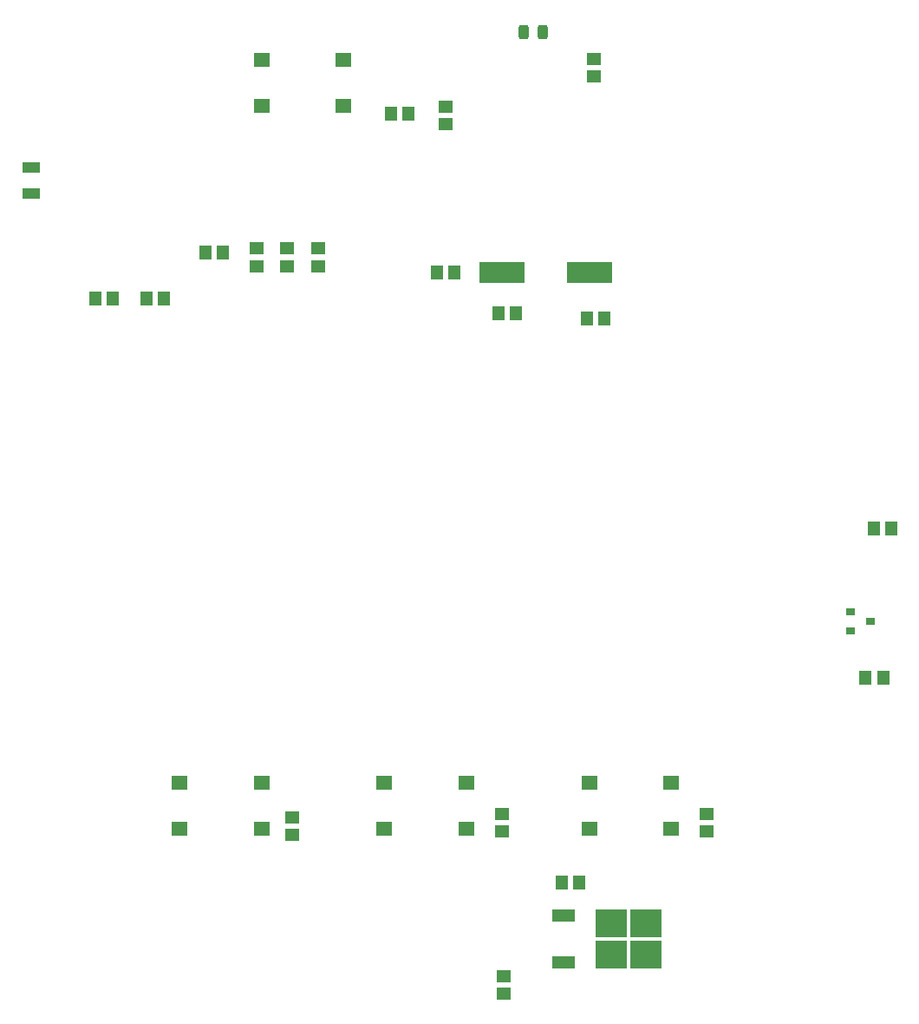
<source format=gbr>
%TF.GenerationSoftware,KiCad,Pcbnew,(6.0.5)*%
%TF.CreationDate,2022-07-26T12:17:50-04:00*%
%TF.ProjectId,Clock_design,436c6f63-6b5f-4646-9573-69676e2e6b69,rev?*%
%TF.SameCoordinates,PX56c8cc0PY97a25c0*%
%TF.FileFunction,Paste,Top*%
%TF.FilePolarity,Positive*%
%FSLAX46Y46*%
G04 Gerber Fmt 4.6, Leading zero omitted, Abs format (unit mm)*
G04 Created by KiCad (PCBNEW (6.0.5)) date 2022-07-26 12:17:50*
%MOMM*%
%LPD*%
G01*
G04 APERTURE LIST*
G04 Aperture macros list*
%AMRoundRect*
0 Rectangle with rounded corners*
0 $1 Rounding radius*
0 $2 $3 $4 $5 $6 $7 $8 $9 X,Y pos of 4 corners*
0 Add a 4 corners polygon primitive as box body*
4,1,4,$2,$3,$4,$5,$6,$7,$8,$9,$2,$3,0*
0 Add four circle primitives for the rounded corners*
1,1,$1+$1,$2,$3*
1,1,$1+$1,$4,$5*
1,1,$1+$1,$6,$7*
1,1,$1+$1,$8,$9*
0 Add four rect primitives between the rounded corners*
20,1,$1+$1,$2,$3,$4,$5,0*
20,1,$1+$1,$4,$5,$6,$7,0*
20,1,$1+$1,$6,$7,$8,$9,0*
20,1,$1+$1,$8,$9,$2,$3,0*%
G04 Aperture macros list end*
%ADD10R,1.600000X1.400000*%
%ADD11R,1.150000X1.400000*%
%ADD12R,1.400000X1.150000*%
%ADD13R,0.900000X0.800000*%
%ADD14R,3.050000X2.750000*%
%ADD15R,2.200000X1.200000*%
%ADD16RoundRect,0.243750X0.243750X0.456250X-0.243750X0.456250X-0.243750X-0.456250X0.243750X-0.456250X0*%
%ADD17R,4.500000X2.000000*%
%ADD18R,1.800000X1.000000*%
G04 APERTURE END LIST*
D10*
%TO.C,SW4*%
X43000000Y103750000D03*
X51000000Y103750000D03*
X43000000Y99250000D03*
X51000000Y99250000D03*
%TD*%
%TO.C,SW1*%
X55000000Y33250000D03*
X63000000Y33250000D03*
X55000000Y28750000D03*
X63000000Y28750000D03*
%TD*%
D11*
%TO.C,R3*%
X31800000Y80500000D03*
X33500000Y80500000D03*
%TD*%
D12*
%TO.C,R13*%
X75500000Y102150000D03*
X75500000Y103850000D03*
%TD*%
D13*
%TO.C,Q1*%
X100500000Y49950000D03*
X100500000Y48050000D03*
X102500000Y49000000D03*
%TD*%
D11*
%TO.C,C5*%
X72300000Y23500000D03*
X74000000Y23500000D03*
%TD*%
D12*
%TO.C,R9*%
X86500000Y30200000D03*
X86500000Y28500000D03*
%TD*%
D11*
%TO.C,R7*%
X55650000Y98500000D03*
X57350000Y98500000D03*
%TD*%
D14*
%TO.C,U3*%
X77150000Y19500000D03*
X80500000Y19500000D03*
X80500000Y16450000D03*
X77150000Y16450000D03*
D15*
X72525000Y20255000D03*
X72525000Y15695000D03*
%TD*%
D16*
%TO.C,D1*%
X70437500Y106500000D03*
X68562500Y106500000D03*
%TD*%
D12*
%TO.C,C6*%
X66650000Y14350000D03*
X66650000Y12650000D03*
%TD*%
%TO.C,R12*%
X45500000Y85350000D03*
X45500000Y83650000D03*
%TD*%
%TO.C,R10*%
X46000000Y29850000D03*
X46000000Y28150000D03*
%TD*%
%TO.C,C1*%
X61000000Y97500000D03*
X61000000Y99200000D03*
%TD*%
D11*
%TO.C,R1*%
X37500000Y85000000D03*
X39200000Y85000000D03*
%TD*%
D12*
%TO.C,R11*%
X48500000Y85350000D03*
X48500000Y83650000D03*
%TD*%
D11*
%TO.C,R4*%
X102000000Y43500000D03*
X103700000Y43500000D03*
%TD*%
D10*
%TO.C,SW3*%
X35000000Y33250000D03*
X43000000Y33250000D03*
X35000000Y28750000D03*
X43000000Y28750000D03*
%TD*%
D11*
%TO.C,C4*%
X74800000Y78500000D03*
X76500000Y78500000D03*
%TD*%
D10*
%TO.C,SW2*%
X75000000Y33250000D03*
X83000000Y33250000D03*
X75000000Y28750000D03*
X83000000Y28750000D03*
%TD*%
D17*
%TO.C,Y1*%
X75000000Y83000000D03*
X66500000Y83000000D03*
%TD*%
D11*
%TO.C,C2*%
X60150000Y83000000D03*
X61850000Y83000000D03*
%TD*%
%TO.C,R2*%
X26800000Y80500000D03*
X28500000Y80500000D03*
%TD*%
D18*
%TO.C,Y2*%
X20500000Y90750000D03*
X20500000Y93250000D03*
%TD*%
D11*
%TO.C,C3*%
X66150000Y79000000D03*
X67850000Y79000000D03*
%TD*%
%TO.C,R5*%
X102800000Y58000000D03*
X104500000Y58000000D03*
%TD*%
D12*
%TO.C,C7*%
X42500000Y85350000D03*
X42500000Y83650000D03*
%TD*%
%TO.C,R8*%
X66500000Y30200000D03*
X66500000Y28500000D03*
%TD*%
M02*

</source>
